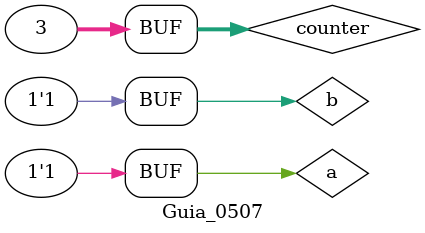
<source format=v>

module QUESTAO(output s, input a, input b); // a' ^ b' => a^b => (a' nor b') nor (a nor b)
	wire na, nb, ex1, ex2;
	nor nota(na, a, a);
	nor notb(nb, b, b);
	nor exp1(ex1, na, nb);
	nor exp2(ex2, a, b);
	nor expF(s, ex1, ex2);
endmodule

module Guia_0507;

	integer counter;
	reg a, b;
	wire s;
	QUESTAO nd(.s(s), .a(a), .b(b));

	initial begin:main;
		a=0; b=0; counter = 0;
		$display("Guia_05 - Questao 7");
		$display("Tabela verdade da expressao a' ^ b'");
		$display("m | a b | s");
		$monitor("%0d | %b %b | %b", counter, a,b,s);
#1 b=1; counter++;
#1 b=0; a=1; counter++;
#1 b=1; counter++;
	end
endmodule

</source>
